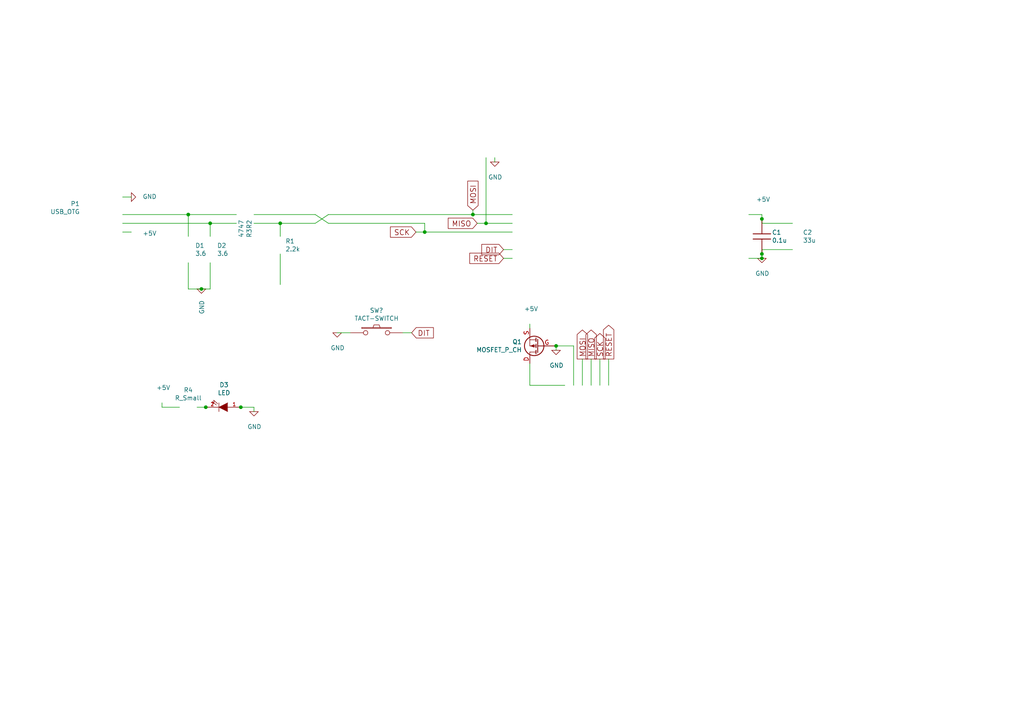
<source format=kicad_sch>
(kicad_sch (version 20230121) (generator eeschema)
  (paper "A4")
  (lib_symbols
    (symbol "tinkerforge:C" (pin_numbers hide) (pin_names (offset 0.254))
      (property "Reference" "C" (at 1.27 2.54 0))
      (property "Value" "C" (at 1.27 -2.54 0))
      (symbol "C_0_1"
        (polyline (pts (xy -2.54 -0.762) (xy 2.54 -0.762)) (stroke (width 0.254)))
        (polyline (pts (xy -2.54 0.762) (xy 2.54 0.762)) (stroke (width 0.254)))
      )
      (symbol "C_1_1"
        (pin passive line (at 0 5.08 270) (length 4.318) (name "~") (number "1"))
        (pin passive line (at 0 -5.08 90) (length 4.318) (name "~") (number "2"))
      )
    )
    (symbol "tinkerforge:GND" (power) (pin_names (offset 0))
      (symbol "GND_0_1"
        (polyline (pts (xy -1.27 0) (xy 0 -1.27) (xy 1.27 0) (xy -1.27 0)))
      )
      (symbol "GND_1_1"
        (pin power_in line (at 0 0 90) (length 0) hide (name "GND") (number "1"))
      )
    )
    (symbol "tinkerforge:LED" (pin_names (offset 1.016) hide)
      (property "Reference" "D" (at 0 2.54 0))
      (property "Value" "LED" (at 0 -2.54 0))
      (symbol "LED_0_1"
        (polyline (pts (xy 1.27 1.27) (xy 1.27 -1.27)))
        (polyline (pts (xy -1.27 1.27) (xy 1.27 0) (xy -1.27 -1.27)) (fill (type outline)))
        (polyline (pts (xy 1.651 -1.016) (xy 2.794 -2.032) (xy 2.667 -1.397)))
        (polyline (pts (xy 2.032 -0.635) (xy 3.175 -1.651) (xy 3.048 -1.016)))
      )
      (symbol "LED_1_1"
        (pin passive line (at -5.08 0 0) (length 3.81) (name "A") (number "1"))
        (pin passive line (at 5.08 0 180) (length 3.81) (name "K") (number "2"))
      )
    )
    (symbol "tinkerforge:MOSFET_P_CH" (pin_names (offset 0) hide)
      (property "Reference" "Q" (at 7.62 1.27 0))
      (property "Value" "MOSFET_P_CH" (at 16.51 -1.27 0))
      (symbol "MOSFET_P_CH_0_1"
        (polyline (pts (xy 0.762 -1.778) (xy 2.54 -1.778)))
        (polyline (pts (xy 0.762 -1.27) (xy 0.762 -2.286)) (stroke (width 0.254)))
        (polyline (pts (xy 0.762 0) (xy 2.54 0)))
        (polyline (pts (xy 0.762 0.508) (xy 0.762 -0.508)) (stroke (width 0.254)))
        (polyline (pts (xy 0.762 1.778) (xy 2.54 1.778)))
        (polyline (pts (xy 0.762 2.286) (xy 0.762 1.27)) (stroke (width 0.254)))
        (polyline (pts (xy 2.54 -1.778) (xy 2.54 -2.54)))
        (polyline (pts (xy 2.54 -1.778) (xy 2.54 0)))
        (polyline (pts (xy 2.54 2.54) (xy 2.54 1.778)))
        (polyline (pts (xy 0.254 1.905) (xy 0.254 -1.905) (xy 0.254 -1.905)) (stroke (width 0.254)))
        (polyline (pts (xy 2.286 0) (xy 1.27 -0.381) (xy 1.27 0.381) (xy 2.286 0)) (fill (type outline)))
        (circle (center 1.27 0) (radius 2.8194) (stroke (width 0.254)))
      )
      (symbol "MOSFET_P_CH_1_1"
        (pin passive line (at 2.54 5.08 270) (length 2.54) (name "D") (number "D"))
        (pin input line (at -5.08 0 0) (length 5.334) (name "G") (number "G"))
        (pin passive line (at 2.54 -5.08 90) (length 2.54) (name "S") (number "S"))
      )
    )
    (symbol "tinkerforge:TACT-SWITCH" (pin_numbers hide) (pin_names (offset 1.016) hide)
      (property "Reference" "SW" (at 3.81 2.794 0))
      (property "Value" "TACT-SWITCH" (at 0 -2.032 0))
      (symbol "TACT-SWITCH_0_1"
        (rectangle (start -4.318 1.27) (end 4.318 1.524))
        (polyline (pts (xy -1.016 1.524) (xy -0.762 2.286) (xy 0.762 2.286) (xy 1.016 1.524)))
        (pin passive inverted (at -7.62 0 0) (length 5.08) (name "1") (number "1"))
        (pin passive inverted (at 7.62 0 180) (length 5.08) (name "2") (number "2"))
      )
    )
  )
  (junction (at 220.98 73.66))
  (junction (at 123.19 67.31))
  (junction (at 220.98 63.5))
  (junction (at 60.96 64.77))
  (junction (at 137.16 62.23))
  (junction (at 161.29 100.33))
  (junction (at 69.85 118.11))
  (junction (at 58.42 83.82))
  (junction (at 54.61 62.23))
  (junction (at 220.98 74.93))
  (junction (at 59.69 118.11))
  (junction (at 140.97 64.77))
  (junction (at 81.28 64.77))
  (wire (pts (xy 120.65 67.31) (xy 123.19 67.31)))
  (wire (pts (xy 140.97 64.77) (xy 148.59 64.77)))
  (wire (pts (xy 54.61 83.82) (xy 58.42 83.82)))
  (wire (pts (xy 57.15 118.11) (xy 59.69 118.11)))
  (wire (pts (xy 148.59 72.39) (xy 146.05 72.39)))
  (wire (pts (xy 95.25 62.23) (xy 137.16 62.23)))
  (wire (pts (xy 220.98 63.5) (xy 220.98 62.23)))
  (wire (pts (xy 220.98 73.66) (xy 220.98 72.39)))
  (wire (pts (xy 163.83 111.76) (xy 153.67 111.76)))
  (wire (pts (xy 60.96 68.58) (xy 60.96 64.77)))
  (wire (pts (xy 140.97 64.77) (xy 140.97 45.72)))
  (wire (pts (xy 153.67 95.25) (xy 153.67 93.98)))
  (wire (pts (xy 35.56 62.23) (xy 54.61 62.23)))
  (wire (pts (xy 166.37 111.76) (xy 166.37 100.33)))
  (wire (pts (xy 91.44 64.77) (xy 95.25 62.23)))
  (wire (pts (xy 138.43 64.77) (xy 140.97 64.77)))
  (wire (pts (xy 217.17 62.23) (xy 220.98 62.23)))
  (wire (pts (xy 171.45 104.14) (xy 171.45 111.76)))
  (wire (pts (xy 81.28 64.77) (xy 91.44 64.77)))
  (wire (pts (xy 46.99 118.11) (xy 52.07 118.11)))
  (wire (pts (xy 73.66 64.77) (xy 81.28 64.77)))
  (wire (pts (xy 60.96 83.82) (xy 60.96 76.2)))
  (wire (pts (xy 168.91 111.76) (xy 168.91 104.14)))
  (wire (pts (xy 54.61 68.58) (xy 54.61 62.23)))
  (wire (pts (xy 123.19 67.31) (xy 148.59 67.31)))
  (wire (pts (xy 95.25 64.77) (xy 123.19 64.77)))
  (wire (pts (xy 220.98 74.93) (xy 220.98 73.66)))
  (wire (pts (xy 54.61 83.82) (xy 54.61 76.2)))
  (wire (pts (xy 123.19 64.77) (xy 123.19 67.31)))
  (wire (pts (xy 68.58 118.11) (xy 69.85 118.11)))
  (wire (pts (xy 58.42 83.82) (xy 60.96 83.82)))
  (wire (pts (xy 35.56 67.31) (xy 38.1 67.31)))
  (wire (pts (xy 153.67 111.76) (xy 153.67 105.41)))
  (wire (pts (xy 91.44 62.23) (xy 95.25 64.77)))
  (wire (pts (xy 35.56 64.77) (xy 60.96 64.77)))
  (wire (pts (xy 54.61 62.23) (xy 68.58 62.23)))
  (wire (pts (xy 176.53 111.76) (xy 176.53 104.14)))
  (wire (pts (xy 161.29 101.6) (xy 161.29 100.33)))
  (wire (pts (xy 229.87 64.77) (xy 220.98 64.77)))
  (wire (pts (xy 137.16 62.23) (xy 148.59 62.23)))
  (wire (pts (xy 81.28 73.66) (xy 81.28 82.55)))
  (wire (pts (xy 46.99 116.84) (xy 46.99 118.11)))
  (wire (pts (xy 60.96 64.77) (xy 68.58 64.77)))
  (wire (pts (xy 35.56 57.15) (xy 38.1 57.15)))
  (wire (pts (xy 143.51 46.99) (xy 143.51 45.72)))
  (wire (pts (xy 116.84 96.52) (xy 119.38 96.52)))
  (wire (pts (xy 81.28 68.58) (xy 81.28 64.77)))
  (wire (pts (xy 166.37 100.33) (xy 161.29 100.33)))
  (wire (pts (xy 69.85 118.11) (xy 73.66 118.11)))
  (wire (pts (xy 217.17 74.93) (xy 220.98 74.93)))
  (wire (pts (xy 220.98 72.39) (xy 229.87 72.39)))
  (wire (pts (xy 137.16 60.96) (xy 137.16 62.23)))
  (wire (pts (xy 97.79 96.52) (xy 101.6 96.52)))
  (wire (pts (xy 173.99 111.76) (xy 173.99 104.14)))
  (wire (pts (xy 59.69 118.11) (xy 60.96 118.11)))
  (wire (pts (xy 220.98 64.77) (xy 220.98 63.5)))
  (wire (pts (xy 73.66 118.11) (xy 73.66 119.38)))
  (wire (pts (xy 73.66 62.23) (xy 91.44 62.23)))
  (wire (pts (xy 146.05 74.93) (xy 148.59 74.93)))
  (global_label "DIT" (shape input) (at 146.05 72.39 180) (effects (font (size 1.524 1.524))) (property "Intersheetrefs" "${INTERSHEET_REFS}" (effects hide)))
  (global_label "MISO" (shape input) (at 138.43 64.77 180) (effects (font (size 1.524 1.524))) (property "Intersheetrefs" "${INTERSHEET_REFS}" (effects hide)))
  (global_label "MISO" (shape output) (at 171.45 104.14 90) (effects (font (size 1.524 1.524))) (property "Intersheetrefs" "${INTERSHEET_REFS}" (effects hide)))
  (global_label "SCK" (shape output) (at 173.99 104.14 90) (effects (font (size 1.524 1.524))) (property "Intersheetrefs" "${INTERSHEET_REFS}" (effects hide)))
  (global_label "RESET" (shape input) (at 146.05 74.93 180) (effects (font (size 1.524 1.524))) (property "Intersheetrefs" "${INTERSHEET_REFS}" (effects hide)))
  (global_label "MOSI" (shape input) (at 137.16 60.96 90) (effects (font (size 1.524 1.524))) (property "Intersheetrefs" "${INTERSHEET_REFS}" (effects hide)))
  (global_label "MOSI" (shape output) (at 168.91 104.14 90) (effects (font (size 1.524 1.524))) (property "Intersheetrefs" "${INTERSHEET_REFS}" (effects hide)))
  (global_label "DIT" (shape input) (at 119.38 96.52 0) (effects (font (size 1.524 1.524))) (property "Intersheetrefs" "${INTERSHEET_REFS}" (effects hide)))
  (global_label "RESET" (shape output) (at 176.53 104.14 90) (effects (font (size 1.524 1.524))) (property "Intersheetrefs" "${INTERSHEET_REFS}" (effects hide)))
  (global_label "SCK" (shape input) (at 120.65 67.31 180) (effects (font (size 1.524 1.524))) (property "Intersheetrefs" "${INTERSHEET_REFS}" (effects hide)))
  (symbol (lib_id "ATTINY85-S") (at 182.88 68.58 0) (unit 1)
    (property "Reference" "IC1" (at 182.88 53.1622 0))
    (property "Value" "ATTINY85-S" (at 182.88 55.4736 0))
    (property "Footprint" "ATTINY85-20SU:SOIC127P798X216-8N" (at 182.88 57.785 0) (effects (font italic)))
  )
  (symbol (lib_id "USB_OTG") (at 27.94 62.23 90) (unit 1)
    (property "Reference" "P1" (at 23.1648 59.1058 90) (effects (justify left)))
    (property "Value" "USB_OTG" (at 23.1648 61.4172 90) (effects (justify left)))
    (property "Footprint" "azbuka:MICRO-B_USB-INVERTED" (effects hide))
  )
  (symbol (lib_id "Speaker") (at 140.97 40.64 90) (unit 1)
    (property "Reference" "LS1" (at 136.398 42.7228 90) (effects (justify left)))
    (property "Value" "Speaker" (at 136.398 40.4114 90) (effects (justify left)))
    (property "Footprint" "Buzzers_Beepers:Buzzer_12x9.5RM7.6" (effects hide))
  )
  (symbol (lib_id "+5V") (at 38.1 67.31 270) (unit 1)
    (property "Reference" "#PWR2" (effects hide))
    (property "Value" "+5V" (at 41.3512 67.691 90) (effects (justify left)))
  )
  (symbol (lib_id "tinkerforge:GND") (at 38.1 57.15 90) (unit 1)
    (property "Reference" "#PWR1" (effects hide))
    (property "Value" "GND" (at 41.3512 57.023 90) (effects (justify right)))
  )
  (symbol (lib_id "tinkerforge:GND") (at 143.51 46.99 0) (unit 1)
    (property "Reference" "#PWR8" (effects hide))
    (property "Value" "GND" (at 143.637 51.3842 0))
  )
  (symbol (lib_id "+5V") (at 220.98 62.23 0) (unit 1)
    (property "Reference" "#PWR11" (effects hide))
    (property "Value" "+5V" (at 221.361 57.8358 0))
  )
  (symbol (lib_id "tinkerforge:C") (at 220.98 68.58 0) (unit 1)
    (property "Reference" "C1" (at 223.901 67.4116 0) (effects (justify left)))
    (property "Value" "0.1u" (at 223.901 69.723 0) (effects (justify left)))
    (property "Footprint" "Capacitors_SMD:C_0805_HandSoldering" (effects hide))
  )
  (symbol (lib_id "CP") (at 229.87 68.58 0) (unit 1)
    (property "Reference" "C2" (at 232.8672 67.4116 0) (effects (justify left)))
    (property "Value" "33u" (at 232.8672 69.723 0) (effects (justify left)))
    (property "Footprint" "Capacitors_THT:CP_Radial_D7.5mm_P2.50mm" (effects hide))
  )
  (symbol (lib_id "tinkerforge:GND") (at 220.98 74.93 0) (unit 1)
    (property "Reference" "#PWR12" (effects hide))
    (property "Value" "GND" (at 221.107 79.3242 0))
  )
  (symbol (lib_id "CONN_01X06") (at 170.18 116.84 270) (unit 1)
    (property "Reference" "P2" (at 178.5112 113.5888 90) (effects (justify left)))
    (property "Value" "CONN_01X06" (at 178.5112 115.9002 90) (effects (justify left)))
    (property "Footprint" "Pin_Headers:Pin_Header_Straight_1x06_Pitch2.54mm" (effects hide))
  )
  (symbol (lib_id "tinkerforge:MOSFET_P_CH") (at 156.21 100.33 180) (unit 1)
    (property "Reference" "Q1" (at 151.3586 99.1616 0) (effects (justify left)))
    (property "Value" "MOSFET_P_CH" (at 151.3586 101.473 0) (effects (justify left)))
    (property "Footprint" "azbuka:MOSFET-SOT-23" (effects hide))
  )
  (symbol (lib_id "tinkerforge:GND") (at 161.29 101.6 0) (unit 1)
    (property "Reference" "#PWR10" (effects hide))
    (property "Value" "GND" (at 161.417 105.9942 0))
  )
  (symbol (lib_id "+5V") (at 153.67 93.98 0) (unit 1)
    (property "Reference" "#PWR9" (effects hide))
    (property "Value" "+5V" (at 154.051 89.5858 0))
  )
  (symbol (lib_id "R_Small") (at 81.28 71.12 0) (unit 1)
    (property "Reference" "R1" (at 82.7786 69.9516 0) (effects (justify left)))
    (property "Value" "2.2k" (at 82.7786 72.263 0) (effects (justify left)))
    (property "Footprint" "Resistors_SMD:R_0805_HandSoldering" (effects hide))
  )
  (symbol (lib_id "R_Small") (at 71.12 62.23 270) (unit 1)
    (property "Reference" "R2" (at 72.2884 63.7286 0) (effects (justify left)))
    (property "Value" "47" (at 69.977 63.7286 0) (effects (justify left)))
    (property "Footprint" "Resistors_SMD:R_0805_HandSoldering" (effects hide))
  )
  (symbol (lib_id "R_Small") (at 71.12 64.77 270) (unit 1)
    (property "Reference" "R3" (at 72.2884 66.2686 0) (effects (justify left)))
    (property "Value" "47" (at 69.977 66.2686 0) (effects (justify left)))
    (property "Footprint" "Resistors_SMD:R_0805_HandSoldering" (effects hide))
  )
  (symbol (lib_id "tinkerforge:GND") (at 58.42 83.82 0) (unit 1)
    (property "Reference" "#PWR4" (effects hide))
    (property "Value" "GND" (at 58.547 87.0712 90) (effects (justify right)))
  )
  (symbol (lib_id "+5V") (at 81.28 82.55 180) (unit 1)
    (property "Reference" "#PWR6" (effects hide))
    (property "Value" "+5V" (at 80.899 85.8012 90) (effects (justify left)))
  )
  (symbol (lib_id "+5V") (at 46.99 116.84 0) (unit 1)
    (property "Reference" "#PWR3" (effects hide))
    (property "Value" "+5V" (at 47.371 112.4458 0))
  )
  (symbol (lib_id "R_Small") (at 54.61 118.11 270) (unit 1)
    (property "Reference" "R4" (at 54.61 113.1316 90))
    (property "Value" "R_Small" (at 54.61 115.443 90))
    (property "Footprint" "Resistors_SMD:R_0805_HandSoldering" (effects hide))
  )
  (symbol (lib_id "tinkerforge:LED") (at 64.77 118.11 180) (unit 1)
    (property "Reference" "D3" (at 64.9732 111.633 0))
    (property "Value" "LED" (at 64.9732 113.9444 0))
    (property "Footprint" "LEDs:LED_0805" (effects hide))
  )
  (symbol (lib_id "tinkerforge:GND") (at 73.66 119.38 0) (unit 1)
    (property "Reference" "#PWR5" (effects hide))
    (property "Value" "GND" (at 73.787 123.7742 0))
  )
  (symbol (lib_id "D_Zener") (at 60.96 72.39 270) (unit 1)
    (property "Reference" "D2" (at 62.9666 71.2216 90) (effects (justify left)))
    (property "Value" "3.6" (at 62.9666 73.533 90) (effects (justify left)))
  )
  (symbol (lib_id "D_Zener") (at 54.61 72.39 270) (unit 1)
    (property "Reference" "D1" (at 56.6166 71.2216 90) (effects (justify left)))
    (property "Value" "3.6" (at 56.6166 73.533 90) (effects (justify left)))
  )
  (symbol (lib_id "tinkerforge:TACT-SWITCH") (at 109.22 96.52 0) (unit 1)
    (property "Reference" "SW?" (at 109.22 90.043 0))
    (property "Value" "TACT-SWITCH" (at 109.22 92.3544 0))
  )
  (symbol (lib_id "tinkerforge:GND") (at 97.79 96.52 0) (unit 1)
    (property "Reference" "#PWR?" (effects hide))
    (property "Value" "GND" (at 97.917 100.9142 0))
  )
)
</source>
